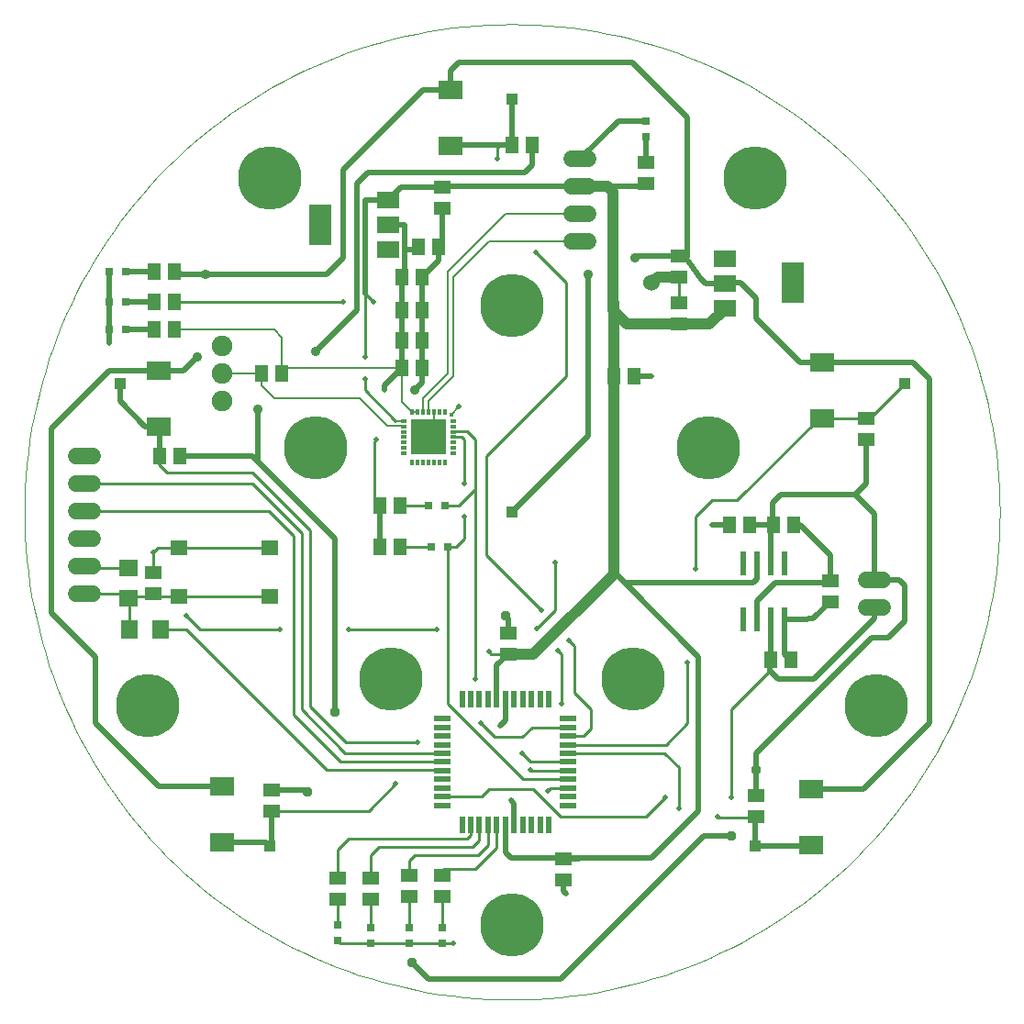
<source format=gtl>
G75*
%MOIN*%
%OFA0B0*%
%FSLAX25Y25*%
%IPPOS*%
%LPD*%
%AMOC8*
5,1,8,0,0,1.08239X$1,22.5*
%
%ADD10C,0.00039*%
%ADD11R,0.08661X0.07087*%
%ADD12R,0.04134X0.04134*%
%ADD13R,0.07900X0.05900*%
%ADD14R,0.07900X0.15000*%
%ADD15R,0.05906X0.05118*%
%ADD16R,0.05118X0.05906*%
%ADD17R,0.01969X0.05906*%
%ADD18R,0.05906X0.01969*%
%ADD19R,0.03150X0.03150*%
%ADD20C,0.06000*%
%ADD21R,0.06299X0.07098*%
%ADD22R,0.07098X0.06299*%
%ADD23R,0.06300X0.05512*%
%ADD24R,0.01181X0.02362*%
%ADD25R,0.02362X0.01181*%
%ADD26R,0.12992X0.12992*%
%ADD27R,0.01713X0.01713*%
%ADD28C,0.07500*%
%ADD29C,0.23000*%
%ADD30R,0.02362X0.08661*%
%ADD31C,0.02000*%
%ADD32C,0.03543*%
%ADD33C,0.01950*%
%ADD34C,0.00800*%
%ADD35C,0.04000*%
%ADD36C,0.06000*%
%ADD37C,0.01000*%
%ADD38C,0.03750*%
%ADD39C,0.03600*%
D10*
X0300276Y0192366D02*
X0300329Y0196714D01*
X0300489Y0201059D01*
X0300756Y0205399D01*
X0301129Y0209731D01*
X0301608Y0214053D01*
X0302194Y0218362D01*
X0302884Y0222654D01*
X0303680Y0226929D01*
X0304581Y0231183D01*
X0305585Y0235414D01*
X0306694Y0239618D01*
X0307905Y0243794D01*
X0309218Y0247939D01*
X0310632Y0252051D01*
X0312147Y0256127D01*
X0313762Y0260164D01*
X0315475Y0264161D01*
X0317286Y0268114D01*
X0319193Y0272021D01*
X0321195Y0275881D01*
X0323292Y0279690D01*
X0325482Y0283447D01*
X0327763Y0287149D01*
X0330134Y0290794D01*
X0332594Y0294379D01*
X0335141Y0297903D01*
X0337774Y0301364D01*
X0340491Y0304758D01*
X0343290Y0308085D01*
X0346170Y0311343D01*
X0349130Y0314528D01*
X0352166Y0317641D01*
X0355279Y0320677D01*
X0358464Y0323637D01*
X0361722Y0326517D01*
X0365049Y0329316D01*
X0368443Y0332033D01*
X0371904Y0334666D01*
X0375428Y0337213D01*
X0379013Y0339673D01*
X0382658Y0342044D01*
X0386360Y0344325D01*
X0390117Y0346515D01*
X0393926Y0348612D01*
X0397786Y0350614D01*
X0401693Y0352521D01*
X0405646Y0354332D01*
X0409643Y0356045D01*
X0413680Y0357660D01*
X0417756Y0359175D01*
X0421868Y0360589D01*
X0426013Y0361902D01*
X0430189Y0363113D01*
X0434393Y0364222D01*
X0438624Y0365226D01*
X0442878Y0366127D01*
X0447153Y0366923D01*
X0451445Y0367613D01*
X0455754Y0368199D01*
X0460076Y0368678D01*
X0464408Y0369051D01*
X0468748Y0369318D01*
X0473093Y0369478D01*
X0477441Y0369531D01*
X0481789Y0369478D01*
X0486134Y0369318D01*
X0490474Y0369051D01*
X0494806Y0368678D01*
X0499128Y0368199D01*
X0503437Y0367613D01*
X0507729Y0366923D01*
X0512004Y0366127D01*
X0516258Y0365226D01*
X0520489Y0364222D01*
X0524693Y0363113D01*
X0528869Y0361902D01*
X0533014Y0360589D01*
X0537126Y0359175D01*
X0541202Y0357660D01*
X0545239Y0356045D01*
X0549236Y0354332D01*
X0553189Y0352521D01*
X0557096Y0350614D01*
X0560956Y0348612D01*
X0564765Y0346515D01*
X0568522Y0344325D01*
X0572224Y0342044D01*
X0575869Y0339673D01*
X0579454Y0337213D01*
X0582978Y0334666D01*
X0586439Y0332033D01*
X0589833Y0329316D01*
X0593160Y0326517D01*
X0596418Y0323637D01*
X0599603Y0320677D01*
X0602716Y0317641D01*
X0605752Y0314528D01*
X0608712Y0311343D01*
X0611592Y0308085D01*
X0614391Y0304758D01*
X0617108Y0301364D01*
X0619741Y0297903D01*
X0622288Y0294379D01*
X0624748Y0290794D01*
X0627119Y0287149D01*
X0629400Y0283447D01*
X0631590Y0279690D01*
X0633687Y0275881D01*
X0635689Y0272021D01*
X0637596Y0268114D01*
X0639407Y0264161D01*
X0641120Y0260164D01*
X0642735Y0256127D01*
X0644250Y0252051D01*
X0645664Y0247939D01*
X0646977Y0243794D01*
X0648188Y0239618D01*
X0649297Y0235414D01*
X0650301Y0231183D01*
X0651202Y0226929D01*
X0651998Y0222654D01*
X0652688Y0218362D01*
X0653274Y0214053D01*
X0653753Y0209731D01*
X0654126Y0205399D01*
X0654393Y0201059D01*
X0654553Y0196714D01*
X0654606Y0192366D01*
X0654553Y0188018D01*
X0654393Y0183673D01*
X0654126Y0179333D01*
X0653753Y0175001D01*
X0653274Y0170679D01*
X0652688Y0166370D01*
X0651998Y0162078D01*
X0651202Y0157803D01*
X0650301Y0153549D01*
X0649297Y0149318D01*
X0648188Y0145114D01*
X0646977Y0140938D01*
X0645664Y0136793D01*
X0644250Y0132681D01*
X0642735Y0128605D01*
X0641120Y0124568D01*
X0639407Y0120571D01*
X0637596Y0116618D01*
X0635689Y0112711D01*
X0633687Y0108851D01*
X0631590Y0105042D01*
X0629400Y0101285D01*
X0627119Y0097583D01*
X0624748Y0093938D01*
X0622288Y0090353D01*
X0619741Y0086829D01*
X0617108Y0083368D01*
X0614391Y0079974D01*
X0611592Y0076647D01*
X0608712Y0073389D01*
X0605752Y0070204D01*
X0602716Y0067091D01*
X0599603Y0064055D01*
X0596418Y0061095D01*
X0593160Y0058215D01*
X0589833Y0055416D01*
X0586439Y0052699D01*
X0582978Y0050066D01*
X0579454Y0047519D01*
X0575869Y0045059D01*
X0572224Y0042688D01*
X0568522Y0040407D01*
X0564765Y0038217D01*
X0560956Y0036120D01*
X0557096Y0034118D01*
X0553189Y0032211D01*
X0549236Y0030400D01*
X0545239Y0028687D01*
X0541202Y0027072D01*
X0537126Y0025557D01*
X0533014Y0024143D01*
X0528869Y0022830D01*
X0524693Y0021619D01*
X0520489Y0020510D01*
X0516258Y0019506D01*
X0512004Y0018605D01*
X0507729Y0017809D01*
X0503437Y0017119D01*
X0499128Y0016533D01*
X0494806Y0016054D01*
X0490474Y0015681D01*
X0486134Y0015414D01*
X0481789Y0015254D01*
X0477441Y0015201D01*
X0473093Y0015254D01*
X0468748Y0015414D01*
X0464408Y0015681D01*
X0460076Y0016054D01*
X0455754Y0016533D01*
X0451445Y0017119D01*
X0447153Y0017809D01*
X0442878Y0018605D01*
X0438624Y0019506D01*
X0434393Y0020510D01*
X0430189Y0021619D01*
X0426013Y0022830D01*
X0421868Y0024143D01*
X0417756Y0025557D01*
X0413680Y0027072D01*
X0409643Y0028687D01*
X0405646Y0030400D01*
X0401693Y0032211D01*
X0397786Y0034118D01*
X0393926Y0036120D01*
X0390117Y0038217D01*
X0386360Y0040407D01*
X0382658Y0042688D01*
X0379013Y0045059D01*
X0375428Y0047519D01*
X0371904Y0050066D01*
X0368443Y0052699D01*
X0365049Y0055416D01*
X0361722Y0058215D01*
X0358464Y0061095D01*
X0355279Y0064055D01*
X0352166Y0067091D01*
X0349130Y0070204D01*
X0346170Y0073389D01*
X0343290Y0076647D01*
X0340491Y0079974D01*
X0337774Y0083368D01*
X0335141Y0086829D01*
X0332594Y0090353D01*
X0330134Y0093938D01*
X0327763Y0097583D01*
X0325482Y0101285D01*
X0323292Y0105042D01*
X0321195Y0108851D01*
X0319193Y0112711D01*
X0317286Y0116618D01*
X0315475Y0120571D01*
X0313762Y0124568D01*
X0312147Y0128605D01*
X0310632Y0132681D01*
X0309218Y0136793D01*
X0307905Y0140938D01*
X0306694Y0145114D01*
X0305585Y0149318D01*
X0304581Y0153549D01*
X0303680Y0157803D01*
X0302884Y0162078D01*
X0302194Y0166370D01*
X0301608Y0170679D01*
X0301129Y0175001D01*
X0300756Y0179333D01*
X0300489Y0183673D01*
X0300329Y0188018D01*
X0300276Y0192366D01*
D11*
X0349000Y0223461D03*
X0349000Y0243539D03*
X0455000Y0325461D03*
X0455000Y0345539D03*
X0590000Y0246539D03*
X0590000Y0226461D03*
X0586000Y0091539D03*
X0586000Y0071461D03*
X0372000Y0072461D03*
X0372000Y0092539D03*
D12*
X0389252Y0071106D03*
X0477441Y0192366D03*
X0565630Y0071106D03*
X0619961Y0238823D03*
X0477441Y0342366D03*
X0334921Y0238823D03*
D13*
X0432400Y0287600D03*
X0432400Y0296600D03*
X0432400Y0305600D03*
X0554600Y0284400D03*
X0554600Y0275400D03*
X0554600Y0266400D03*
D14*
X0579400Y0275500D03*
X0407600Y0296500D03*
D15*
X0452000Y0302760D03*
X0452000Y0310240D03*
X0526000Y0311760D03*
X0526000Y0319240D03*
X0538000Y0285240D03*
X0538000Y0277760D03*
X0538000Y0268240D03*
X0538000Y0260760D03*
X0606000Y0226240D03*
X0606000Y0218760D03*
X0593000Y0167240D03*
X0593000Y0159760D03*
X0566000Y0089240D03*
X0566000Y0081760D03*
X0496000Y0066240D03*
X0496000Y0058760D03*
X0452000Y0060240D03*
X0452000Y0052760D03*
X0440000Y0052760D03*
X0440000Y0060240D03*
X0426000Y0059240D03*
X0426000Y0051760D03*
X0414000Y0051760D03*
X0414000Y0059240D03*
X0390000Y0083760D03*
X0390000Y0091240D03*
X0347000Y0162760D03*
X0347000Y0170240D03*
X0476000Y0148240D03*
X0476000Y0140760D03*
D16*
X0436740Y0179500D03*
X0429260Y0179500D03*
X0429260Y0194500D03*
X0436740Y0194500D03*
X0393740Y0242500D03*
X0386260Y0242500D03*
X0354740Y0258500D03*
X0347260Y0258500D03*
X0347260Y0268500D03*
X0354740Y0268500D03*
X0354740Y0279500D03*
X0347260Y0279500D03*
X0349260Y0212500D03*
X0356740Y0212500D03*
X0437260Y0244500D03*
X0444740Y0244500D03*
X0444740Y0254500D03*
X0437260Y0254500D03*
X0437260Y0265500D03*
X0444740Y0265500D03*
X0444740Y0277500D03*
X0437260Y0277500D03*
X0443260Y0288500D03*
X0450740Y0288500D03*
X0477260Y0325500D03*
X0484740Y0325500D03*
X0514260Y0241500D03*
X0521740Y0241500D03*
X0556260Y0187500D03*
X0563740Y0187500D03*
X0572260Y0187500D03*
X0579740Y0187500D03*
X0578740Y0138500D03*
X0571260Y0138500D03*
D17*
X0490748Y0124335D03*
X0487598Y0124335D03*
X0484449Y0124335D03*
X0481299Y0124335D03*
X0478150Y0124335D03*
X0475000Y0124335D03*
X0471850Y0124335D03*
X0468701Y0124335D03*
X0465551Y0124335D03*
X0462402Y0124335D03*
X0459252Y0124335D03*
X0459252Y0078665D03*
X0462402Y0078665D03*
X0465551Y0078665D03*
X0468701Y0078665D03*
X0471850Y0078665D03*
X0475000Y0078665D03*
X0478150Y0078665D03*
X0481299Y0078665D03*
X0484449Y0078665D03*
X0487598Y0078665D03*
X0490748Y0078665D03*
D18*
X0497835Y0085752D03*
X0497835Y0088902D03*
X0497835Y0092051D03*
X0497835Y0095201D03*
X0497835Y0098350D03*
X0497835Y0101500D03*
X0497835Y0104650D03*
X0497835Y0107799D03*
X0497835Y0110949D03*
X0497835Y0114098D03*
X0497835Y0117248D03*
X0452165Y0117248D03*
X0452165Y0114098D03*
X0452165Y0110949D03*
X0452165Y0107799D03*
X0452165Y0104650D03*
X0452165Y0101500D03*
X0452165Y0098350D03*
X0452165Y0095201D03*
X0452165Y0092051D03*
X0452165Y0088902D03*
X0452165Y0085752D03*
D19*
X0452000Y0041453D03*
X0452000Y0035547D03*
X0440000Y0035547D03*
X0440000Y0041453D03*
X0426000Y0041453D03*
X0426000Y0035547D03*
X0414000Y0036547D03*
X0414000Y0042453D03*
X0448047Y0179500D03*
X0453953Y0179500D03*
X0452953Y0194500D03*
X0447047Y0194500D03*
X0336953Y0258500D03*
X0331047Y0258500D03*
X0331047Y0268500D03*
X0336953Y0268500D03*
X0336953Y0279500D03*
X0331047Y0279500D03*
X0526000Y0328547D03*
X0526000Y0334453D03*
D20*
X0505000Y0320500D02*
X0499000Y0320500D01*
X0499000Y0310500D02*
X0505000Y0310500D01*
X0505000Y0300500D02*
X0499000Y0300500D01*
X0499000Y0290500D02*
X0505000Y0290500D01*
X0606000Y0167500D02*
X0612000Y0167500D01*
X0612000Y0157500D02*
X0606000Y0157500D01*
X0325000Y0162500D02*
X0319000Y0162500D01*
X0319000Y0172500D02*
X0325000Y0172500D01*
X0325000Y0182500D02*
X0319000Y0182500D01*
X0319000Y0192500D02*
X0325000Y0192500D01*
X0325000Y0202500D02*
X0319000Y0202500D01*
X0319000Y0212500D02*
X0325000Y0212500D01*
D21*
X0338402Y0149500D03*
X0349598Y0149500D03*
D22*
X0338000Y0160902D03*
X0338000Y0172098D03*
D23*
X0356465Y0179358D03*
X0356465Y0161642D03*
X0389535Y0161642D03*
X0389535Y0179358D03*
D24*
X0441094Y0210445D03*
X0443063Y0210445D03*
X0445031Y0210445D03*
X0447000Y0210445D03*
X0448969Y0210445D03*
X0450937Y0210445D03*
X0452906Y0210445D03*
X0452906Y0228555D03*
X0450937Y0228555D03*
X0448969Y0228555D03*
X0447000Y0228555D03*
X0445031Y0228555D03*
X0443063Y0228555D03*
X0441094Y0228555D03*
D25*
X0437945Y0225406D03*
X0437945Y0223437D03*
X0437945Y0221469D03*
X0437945Y0219500D03*
X0437945Y0217531D03*
X0437945Y0215563D03*
X0437945Y0213594D03*
X0456055Y0213594D03*
X0456055Y0215563D03*
X0456055Y0217531D03*
X0456055Y0219500D03*
X0456055Y0221469D03*
X0456055Y0223437D03*
X0456055Y0225406D03*
D26*
X0447000Y0219500D03*
D27*
X0455278Y0227778D03*
D28*
X0372000Y0232500D03*
X0372000Y0242500D03*
X0372000Y0252500D03*
D29*
X0406102Y0215555D03*
X0477441Y0267366D03*
X0548780Y0215555D03*
X0521535Y0131697D03*
X0433346Y0131697D03*
X0345000Y0121933D03*
X0477441Y0042366D03*
X0609882Y0121933D03*
X0565591Y0313705D03*
X0389291Y0313705D03*
D30*
X0561500Y0173736D03*
X0566500Y0173736D03*
X0571500Y0173736D03*
X0576500Y0173736D03*
X0576500Y0153264D03*
X0571500Y0153264D03*
X0566500Y0153264D03*
X0561500Y0153264D03*
D31*
X0326000Y0139500D02*
X0310000Y0155500D01*
X0310000Y0222500D01*
X0331039Y0243539D01*
X0349000Y0243539D01*
X0358039Y0243539D01*
X0363000Y0248500D01*
X0347260Y0258500D02*
X0336953Y0258500D01*
X0331047Y0258500D02*
X0331047Y0253547D01*
X0331000Y0253500D01*
X0331000Y0268453D01*
X0331047Y0268500D01*
X0331047Y0279500D01*
X0336953Y0279500D02*
X0347260Y0279500D01*
X0354740Y0279500D02*
X0357598Y0278500D01*
X0366000Y0278500D01*
X0410000Y0278500D01*
X0416000Y0284500D01*
X0416000Y0316500D01*
X0445039Y0345539D01*
X0455000Y0345539D01*
X0455000Y0352500D01*
X0458000Y0355500D01*
X0521000Y0355500D01*
X0541000Y0335500D01*
X0541000Y0286240D01*
X0540000Y0285240D01*
X0546000Y0277000D01*
X0547600Y0275400D01*
X0554600Y0275400D01*
X0554700Y0275500D01*
X0560500Y0275500D01*
X0566000Y0270000D01*
X0566000Y0262500D01*
X0582000Y0246500D01*
X0589961Y0246500D01*
X0590000Y0246539D01*
X0590039Y0246500D01*
X0623000Y0246500D01*
X0629000Y0240500D01*
X0629000Y0115500D01*
X0605039Y0091539D01*
X0586000Y0091539D01*
X0585961Y0071500D02*
X0584000Y0071500D01*
X0583606Y0071106D01*
X0565630Y0071106D01*
X0565630Y0081390D01*
X0566000Y0081760D01*
X0566000Y0089240D02*
X0566000Y0098500D01*
X0566000Y0104500D01*
X0608000Y0146500D01*
X0614000Y0146500D01*
X0620000Y0152500D01*
X0620000Y0165500D01*
X0618000Y0167500D01*
X0609000Y0167500D01*
X0609000Y0191500D01*
X0602000Y0198500D01*
X0606000Y0202500D01*
X0606000Y0218760D01*
X0602000Y0198500D02*
X0575000Y0198500D01*
X0572000Y0195500D01*
X0572000Y0187760D01*
X0572260Y0187500D01*
X0563740Y0187500D01*
X0556260Y0187500D02*
X0550000Y0187500D01*
X0566500Y0173736D02*
X0566500Y0168000D01*
X0565000Y0166500D01*
X0518260Y0166500D01*
X0545000Y0139760D01*
X0545000Y0083500D01*
X0528000Y0066500D01*
X0507740Y0066500D01*
X0477000Y0066500D01*
X0475000Y0068500D01*
X0475000Y0078665D01*
X0478150Y0078665D02*
X0478150Y0086350D01*
X0477000Y0087500D01*
X0496000Y0066240D02*
X0507740Y0066500D01*
X0496000Y0058760D02*
X0496000Y0054500D01*
X0497000Y0053500D01*
X0495000Y0022500D02*
X0447000Y0022500D01*
X0441000Y0028500D01*
X0390000Y0071854D02*
X0389252Y0071106D01*
X0387898Y0072461D01*
X0372000Y0072461D01*
X0390000Y0071854D02*
X0390000Y0083760D01*
X0390740Y0090500D02*
X0390000Y0091240D01*
X0402260Y0091240D01*
X0403000Y0090500D01*
X0372000Y0092539D02*
X0371961Y0092500D01*
X0349000Y0092500D01*
X0326000Y0115500D01*
X0326000Y0139500D01*
X0349260Y0212500D02*
X0349260Y0223201D01*
X0349000Y0223461D01*
X0344039Y0223461D01*
X0335000Y0232500D01*
X0335000Y0238744D01*
X0334921Y0238823D01*
X0336953Y0268500D02*
X0347260Y0268500D01*
X0385000Y0229500D02*
X0385000Y0210500D01*
X0383000Y0212500D01*
X0356740Y0212500D01*
X0385000Y0210500D02*
X0413000Y0182500D01*
X0413000Y0119500D01*
X0471850Y0124335D02*
X0471850Y0136610D01*
X0476000Y0140760D01*
X0476000Y0148240D02*
X0476000Y0153500D01*
X0475000Y0154500D01*
X0475000Y0124335D02*
X0475000Y0116500D01*
X0473000Y0114500D01*
X0518260Y0166500D02*
X0514260Y0170500D01*
X0477441Y0192366D02*
X0505000Y0219925D01*
X0505000Y0278500D01*
X0522000Y0284500D02*
X0522740Y0285240D01*
X0538000Y0285240D01*
X0554000Y0284000D02*
X0554600Y0284400D01*
X0526000Y0311760D02*
X0524740Y0310500D01*
X0512000Y0310500D01*
X0502000Y0310500D02*
X0452260Y0310500D01*
X0452000Y0310240D01*
X0437040Y0310240D01*
X0432400Y0305600D01*
X0432300Y0305500D02*
X0424000Y0305500D01*
X0424000Y0271500D01*
X0421000Y0265500D02*
X0406000Y0250500D01*
X0421000Y0265500D02*
X0421000Y0311500D01*
X0425000Y0315500D01*
X0482000Y0315500D01*
X0484740Y0318240D01*
X0484740Y0325500D01*
X0477441Y0325681D02*
X0477441Y0342366D01*
X0477441Y0325681D02*
X0477260Y0325500D01*
X0473000Y0325500D01*
X0455039Y0325500D01*
X0455000Y0325461D01*
X0452000Y0302760D02*
X0452000Y0288500D01*
X0450740Y0288500D01*
X0450740Y0283500D01*
X0444740Y0277500D01*
X0444740Y0265500D01*
X0444740Y0254500D01*
X0444740Y0244500D01*
X0444740Y0239240D01*
X0442000Y0236500D01*
X0437260Y0244500D02*
X0431000Y0238240D01*
X0431000Y0236500D01*
X0437260Y0244500D02*
X0437260Y0254500D01*
X0437260Y0265500D01*
X0437260Y0277500D01*
X0438500Y0277500D01*
X0438500Y0287600D01*
X0442360Y0287600D01*
X0443260Y0288500D01*
X0438500Y0287600D02*
X0438500Y0296600D01*
X0432400Y0296600D01*
X0432400Y0287600D02*
X0433000Y0287600D01*
X0433000Y0287500D01*
X0450740Y0301500D02*
X0452000Y0302760D01*
X0502000Y0320500D02*
X0515953Y0334453D01*
X0526000Y0334453D01*
X0526000Y0328547D02*
X0526000Y0319240D01*
X0528000Y0241500D02*
X0521740Y0241500D01*
X0572260Y0187500D02*
X0571500Y0186740D01*
X0571500Y0173736D01*
X0573000Y0166500D02*
X0592260Y0166500D01*
X0593000Y0167240D01*
X0593000Y0176500D01*
X0582000Y0187500D01*
X0579740Y0187500D01*
X0573000Y0166500D02*
X0566500Y0160000D01*
X0566500Y0153264D01*
X0571500Y0153264D02*
X0571500Y0138740D01*
X0571260Y0138500D01*
X0571000Y0138240D01*
X0571000Y0134500D01*
X0574000Y0131500D01*
X0587000Y0131500D01*
X0609000Y0153500D01*
X0609000Y0157500D01*
X0593000Y0159760D02*
X0586740Y0153500D01*
X0585000Y0153500D01*
X0584764Y0153264D01*
X0576500Y0153264D01*
X0576500Y0140740D01*
X0578740Y0138500D01*
X0585961Y0071500D02*
X0586000Y0071461D01*
X0557000Y0074500D02*
X0547000Y0074500D01*
X0495000Y0022500D01*
X0429260Y0179500D02*
X0429260Y0194500D01*
D32*
X0442000Y0236500D03*
X0433000Y0287500D03*
X0554000Y0284000D03*
X0514260Y0172000D03*
D33*
X0493000Y0174000D03*
X0488000Y0156500D03*
X0486500Y0150000D03*
X0494000Y0142000D03*
X0498000Y0145500D03*
X0495500Y0122500D03*
X0481000Y0104500D03*
X0484000Y0098500D03*
X0490500Y0091000D03*
X0477000Y0087500D03*
X0443000Y0108500D03*
X0435000Y0093500D03*
X0466000Y0115500D03*
X0473000Y0114500D03*
X0464000Y0131500D03*
X0469000Y0141500D03*
X0450000Y0149500D03*
X0418000Y0149500D03*
X0393000Y0149500D03*
X0359000Y0154500D03*
X0347000Y0177500D03*
X0428000Y0218500D03*
X0443000Y0215500D03*
X0443000Y0223500D03*
X0451000Y0223500D03*
X0451000Y0215500D03*
X0460000Y0202500D03*
X0460000Y0190500D03*
X0458000Y0230500D03*
X0431000Y0236500D03*
X0424000Y0240500D03*
X0424000Y0248500D03*
X0427000Y0268500D03*
X0416000Y0268500D03*
X0472000Y0320500D03*
X0486000Y0286500D03*
X0528000Y0241500D03*
X0550000Y0187500D03*
X0544000Y0171500D03*
X0585000Y0153500D03*
X0541000Y0137500D03*
X0533000Y0088500D03*
X0538000Y0084500D03*
X0552000Y0081500D03*
X0557000Y0088500D03*
X0497000Y0053500D03*
X0456000Y0035500D03*
X0331000Y0253500D03*
D34*
X0354740Y0258500D02*
X0391000Y0258500D01*
X0393740Y0255760D01*
X0393740Y0242500D01*
X0395740Y0244500D01*
X0437260Y0244500D01*
X0437260Y0232390D01*
X0441094Y0228555D01*
X0443063Y0228555D01*
X0445000Y0228587D02*
X0445031Y0228555D01*
X0445000Y0228587D02*
X0445000Y0233500D01*
X0454000Y0242500D01*
X0454000Y0279500D01*
X0475000Y0300500D01*
X0502000Y0300500D01*
X0502000Y0290500D02*
X0469000Y0290500D01*
X0456000Y0277500D01*
X0456000Y0241500D01*
X0447000Y0232500D01*
X0447000Y0228555D01*
X0448969Y0228555D02*
X0448969Y0225531D01*
X0451000Y0223500D01*
X0447000Y0219500D02*
X0443000Y0215500D01*
X0437945Y0223437D02*
X0437882Y0223500D01*
X0432000Y0223500D01*
X0422000Y0233500D01*
X0391000Y0233500D01*
X0386260Y0238240D01*
X0386260Y0242500D01*
X0372000Y0242500D01*
X0435094Y0225406D02*
X0437945Y0225406D01*
X0455278Y0227778D02*
X0458000Y0230500D01*
D35*
X0514260Y0241500D02*
X0514260Y0172000D01*
X0514260Y0170500D01*
X0514260Y0169760D01*
X0485000Y0140500D01*
X0476260Y0140500D01*
X0476000Y0140760D01*
X0514260Y0241500D02*
X0514260Y0268240D01*
X0514000Y0268500D01*
X0514000Y0265500D01*
X0519000Y0260500D01*
X0537740Y0260500D01*
X0538000Y0260760D01*
X0538260Y0260500D01*
X0549000Y0260500D01*
X0554600Y0266100D01*
X0554600Y0266400D01*
X0538000Y0277760D02*
X0530260Y0277760D01*
X0528000Y0275500D01*
X0538000Y0285240D02*
X0540000Y0285240D01*
X0514000Y0268500D02*
X0514000Y0308500D01*
X0512000Y0310500D01*
X0502000Y0310500D01*
D36*
X0528000Y0275500D03*
D37*
X0538000Y0277760D02*
X0538000Y0268240D01*
X0497000Y0275500D02*
X0497000Y0241500D01*
X0468000Y0212500D01*
X0468000Y0176500D01*
X0488000Y0156500D01*
X0493000Y0156500D02*
X0493000Y0174000D01*
X0493000Y0156500D02*
X0486500Y0150000D01*
X0494000Y0142000D02*
X0495500Y0140500D01*
X0495500Y0122500D01*
X0500000Y0126500D02*
X0506000Y0120500D01*
X0506000Y0113500D01*
X0503449Y0110949D01*
X0497835Y0110949D01*
X0497835Y0114098D02*
X0484598Y0114098D01*
X0481000Y0110500D01*
X0471000Y0110500D01*
X0466000Y0115500D01*
X0453953Y0122547D02*
X0481299Y0095201D01*
X0497835Y0095201D01*
X0497835Y0098350D02*
X0484150Y0098350D01*
X0484000Y0098500D01*
X0484000Y0101500D02*
X0481000Y0104500D01*
X0484000Y0101500D02*
X0497835Y0101500D01*
X0497984Y0104500D02*
X0497835Y0104650D01*
X0532850Y0104650D01*
X0538000Y0099500D01*
X0538000Y0084500D01*
X0533000Y0088500D02*
X0526000Y0081500D01*
X0495000Y0081500D01*
X0485000Y0091500D01*
X0469000Y0091500D01*
X0466402Y0088902D01*
X0452165Y0088902D01*
X0452165Y0098350D02*
X0452016Y0098500D01*
X0410000Y0098500D01*
X0359000Y0149500D01*
X0349598Y0149500D01*
X0338402Y0149500D02*
X0338402Y0158098D01*
X0338000Y0158500D01*
X0338000Y0160902D01*
X0338740Y0161642D01*
X0348000Y0161642D01*
X0347000Y0162642D01*
X0347000Y0162760D01*
X0348000Y0161642D02*
X0356465Y0161642D01*
X0389535Y0161642D01*
X0393000Y0149500D02*
X0364000Y0149500D01*
X0359000Y0154500D01*
X0347000Y0170240D02*
X0347000Y0177500D01*
X0348858Y0179358D01*
X0356465Y0179358D01*
X0389535Y0179358D01*
X0398000Y0183500D02*
X0389000Y0192500D01*
X0322000Y0192500D01*
X0322000Y0202500D02*
X0383000Y0202500D01*
X0401000Y0184500D01*
X0401000Y0120500D01*
X0416850Y0104650D01*
X0452165Y0104650D01*
X0452165Y0101500D02*
X0415000Y0101500D01*
X0398000Y0118500D01*
X0398000Y0183500D01*
X0404000Y0185500D02*
X0383000Y0206500D01*
X0352000Y0206500D01*
X0349000Y0209500D01*
X0349000Y0212240D01*
X0349260Y0212500D01*
X0338000Y0172098D02*
X0322402Y0172098D01*
X0322000Y0172500D01*
X0322000Y0162500D02*
X0336402Y0162500D01*
X0338000Y0160902D01*
X0404000Y0185500D02*
X0404000Y0121500D01*
X0417000Y0108500D01*
X0443000Y0108500D01*
X0453953Y0122547D02*
X0453953Y0179500D01*
X0457000Y0179500D01*
X0460000Y0182500D01*
X0460000Y0190500D01*
X0458000Y0194500D02*
X0452953Y0194500D01*
X0458000Y0194500D02*
X0464000Y0200500D01*
X0464000Y0131500D01*
X0469740Y0140760D02*
X0469000Y0141500D01*
X0469740Y0140760D02*
X0476000Y0140760D01*
X0498000Y0145500D02*
X0500000Y0143500D01*
X0500000Y0126500D01*
X0497835Y0107799D02*
X0533299Y0107799D01*
X0541000Y0115500D01*
X0541000Y0137500D01*
X0557000Y0120500D02*
X0571000Y0134500D01*
X0557000Y0120500D02*
X0557000Y0088500D01*
X0552000Y0081500D02*
X0552110Y0081390D01*
X0565630Y0081390D01*
X0497835Y0092051D02*
X0491551Y0092051D01*
X0490500Y0091000D01*
X0471850Y0078665D02*
X0471850Y0070350D01*
X0464000Y0062500D01*
X0452402Y0062500D01*
X0452000Y0060240D01*
X0452000Y0052760D02*
X0452000Y0041453D01*
X0452000Y0035547D02*
X0455953Y0035547D01*
X0456000Y0035500D01*
X0452000Y0035547D02*
X0440000Y0035547D01*
X0426000Y0035547D01*
X0415000Y0035547D01*
X0414000Y0036547D01*
X0414000Y0042453D02*
X0414000Y0051760D01*
X0414000Y0059240D02*
X0414000Y0069500D01*
X0418000Y0073500D01*
X0461000Y0073500D01*
X0462402Y0074902D01*
X0462402Y0078665D01*
X0465551Y0078665D02*
X0465551Y0073051D01*
X0463000Y0070500D01*
X0429000Y0070500D01*
X0426000Y0067500D01*
X0426000Y0059240D01*
X0426000Y0051760D02*
X0426000Y0041453D01*
X0440000Y0041453D02*
X0440000Y0052760D01*
X0440000Y0060240D02*
X0440000Y0065500D01*
X0442000Y0067500D01*
X0465000Y0067500D01*
X0468701Y0071201D01*
X0468701Y0078665D01*
X0435000Y0093500D02*
X0425260Y0083760D01*
X0390000Y0083760D01*
X0418000Y0149500D02*
X0450000Y0149500D01*
X0448047Y0179500D02*
X0436740Y0179500D01*
X0436740Y0194500D02*
X0447047Y0194500D01*
X0460000Y0202500D02*
X0460000Y0218500D01*
X0459000Y0219500D01*
X0456055Y0219500D01*
X0456055Y0221469D02*
X0456087Y0221500D01*
X0461000Y0221500D01*
X0464000Y0218500D01*
X0464000Y0200500D01*
X0429260Y0194500D02*
X0427402Y0196358D01*
X0427402Y0217902D01*
X0428000Y0218500D01*
X0435094Y0225406D02*
X0424000Y0236500D01*
X0424000Y0240500D01*
X0424000Y0248500D02*
X0424000Y0271500D01*
X0427000Y0268500D01*
X0416000Y0268500D02*
X0354740Y0268500D01*
X0432300Y0305500D02*
X0432400Y0305600D01*
X0472000Y0320500D02*
X0472000Y0324500D01*
X0473000Y0325500D01*
X0486000Y0286500D02*
X0497000Y0275500D01*
X0550000Y0196500D02*
X0544000Y0190500D01*
X0544000Y0171500D01*
X0550000Y0196500D02*
X0559000Y0196500D01*
X0588961Y0226461D01*
X0590000Y0226461D01*
X0605780Y0226461D01*
X0606000Y0226240D01*
X0607378Y0226240D01*
X0619961Y0238823D01*
D38*
X0475000Y0154500D03*
X0413000Y0119500D03*
X0403000Y0090500D03*
X0441000Y0028500D03*
X0557000Y0074500D03*
X0566000Y0098500D03*
D39*
X0406000Y0250500D03*
X0385000Y0229500D03*
X0363000Y0248500D03*
X0366000Y0278500D03*
X0505000Y0278500D03*
X0522000Y0284500D03*
M02*

</source>
